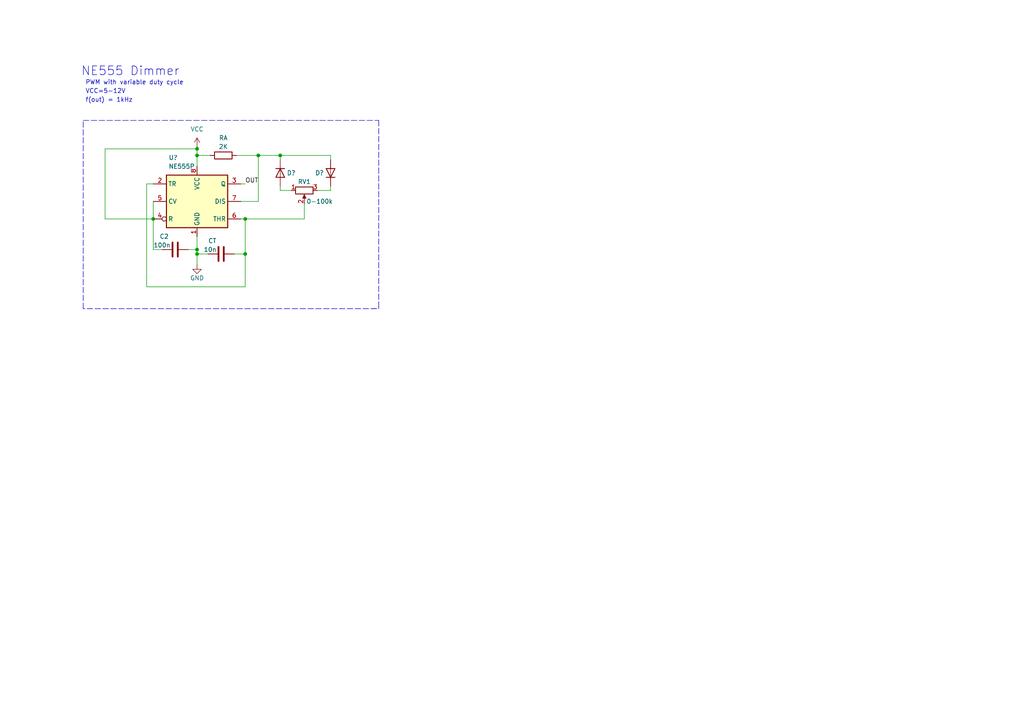
<source format=kicad_sch>
(kicad_sch (version 20211123) (generator eeschema)

  (uuid c4972bab-ffbc-498e-ad96-89b8ee2e9e57)

  (paper "A4")

  (lib_symbols
    (symbol "Device:C" (pin_numbers hide) (pin_names (offset 0.254)) (in_bom yes) (on_board yes)
      (property "Reference" "C" (id 0) (at 0.635 2.54 0)
        (effects (font (size 1.27 1.27)) (justify left))
      )
      (property "Value" "C" (id 1) (at 0.635 -2.54 0)
        (effects (font (size 1.27 1.27)) (justify left))
      )
      (property "Footprint" "" (id 2) (at 0.9652 -3.81 0)
        (effects (font (size 1.27 1.27)) hide)
      )
      (property "Datasheet" "~" (id 3) (at 0 0 0)
        (effects (font (size 1.27 1.27)) hide)
      )
      (property "ki_keywords" "cap capacitor" (id 4) (at 0 0 0)
        (effects (font (size 1.27 1.27)) hide)
      )
      (property "ki_description" "Unpolarized capacitor" (id 5) (at 0 0 0)
        (effects (font (size 1.27 1.27)) hide)
      )
      (property "ki_fp_filters" "C_*" (id 6) (at 0 0 0)
        (effects (font (size 1.27 1.27)) hide)
      )
      (symbol "C_0_1"
        (polyline
          (pts
            (xy -2.032 -0.762)
            (xy 2.032 -0.762)
          )
          (stroke (width 0.508) (type default) (color 0 0 0 0))
          (fill (type none))
        )
        (polyline
          (pts
            (xy -2.032 0.762)
            (xy 2.032 0.762)
          )
          (stroke (width 0.508) (type default) (color 0 0 0 0))
          (fill (type none))
        )
      )
      (symbol "C_1_1"
        (pin passive line (at 0 3.81 270) (length 2.794)
          (name "~" (effects (font (size 1.27 1.27))))
          (number "1" (effects (font (size 1.27 1.27))))
        )
        (pin passive line (at 0 -3.81 90) (length 2.794)
          (name "~" (effects (font (size 1.27 1.27))))
          (number "2" (effects (font (size 1.27 1.27))))
        )
      )
    )
    (symbol "Device:R" (pin_numbers hide) (pin_names (offset 0)) (in_bom yes) (on_board yes)
      (property "Reference" "R" (id 0) (at 2.032 0 90)
        (effects (font (size 1.27 1.27)))
      )
      (property "Value" "R" (id 1) (at 0 0 90)
        (effects (font (size 1.27 1.27)))
      )
      (property "Footprint" "" (id 2) (at -1.778 0 90)
        (effects (font (size 1.27 1.27)) hide)
      )
      (property "Datasheet" "~" (id 3) (at 0 0 0)
        (effects (font (size 1.27 1.27)) hide)
      )
      (property "ki_keywords" "R res resistor" (id 4) (at 0 0 0)
        (effects (font (size 1.27 1.27)) hide)
      )
      (property "ki_description" "Resistor" (id 5) (at 0 0 0)
        (effects (font (size 1.27 1.27)) hide)
      )
      (property "ki_fp_filters" "R_*" (id 6) (at 0 0 0)
        (effects (font (size 1.27 1.27)) hide)
      )
      (symbol "R_0_1"
        (rectangle (start -1.016 -2.54) (end 1.016 2.54)
          (stroke (width 0.254) (type default) (color 0 0 0 0))
          (fill (type none))
        )
      )
      (symbol "R_1_1"
        (pin passive line (at 0 3.81 270) (length 1.27)
          (name "~" (effects (font (size 1.27 1.27))))
          (number "1" (effects (font (size 1.27 1.27))))
        )
        (pin passive line (at 0 -3.81 90) (length 1.27)
          (name "~" (effects (font (size 1.27 1.27))))
          (number "2" (effects (font (size 1.27 1.27))))
        )
      )
    )
    (symbol "Device:R_Potentiometer" (pin_names (offset 1.016) hide) (in_bom yes) (on_board yes)
      (property "Reference" "RV" (id 0) (at -4.445 0 90)
        (effects (font (size 1.27 1.27)))
      )
      (property "Value" "R_Potentiometer" (id 1) (at -2.54 0 90)
        (effects (font (size 1.27 1.27)))
      )
      (property "Footprint" "" (id 2) (at 0 0 0)
        (effects (font (size 1.27 1.27)) hide)
      )
      (property "Datasheet" "~" (id 3) (at 0 0 0)
        (effects (font (size 1.27 1.27)) hide)
      )
      (property "ki_keywords" "resistor variable" (id 4) (at 0 0 0)
        (effects (font (size 1.27 1.27)) hide)
      )
      (property "ki_description" "Potentiometer" (id 5) (at 0 0 0)
        (effects (font (size 1.27 1.27)) hide)
      )
      (property "ki_fp_filters" "Potentiometer*" (id 6) (at 0 0 0)
        (effects (font (size 1.27 1.27)) hide)
      )
      (symbol "R_Potentiometer_0_1"
        (polyline
          (pts
            (xy 2.54 0)
            (xy 1.524 0)
          )
          (stroke (width 0) (type default) (color 0 0 0 0))
          (fill (type none))
        )
        (polyline
          (pts
            (xy 1.143 0)
            (xy 2.286 0.508)
            (xy 2.286 -0.508)
            (xy 1.143 0)
          )
          (stroke (width 0) (type default) (color 0 0 0 0))
          (fill (type outline))
        )
        (rectangle (start 1.016 2.54) (end -1.016 -2.54)
          (stroke (width 0.254) (type default) (color 0 0 0 0))
          (fill (type none))
        )
      )
      (symbol "R_Potentiometer_1_1"
        (pin passive line (at 0 3.81 270) (length 1.27)
          (name "1" (effects (font (size 1.27 1.27))))
          (number "1" (effects (font (size 1.27 1.27))))
        )
        (pin passive line (at 3.81 0 180) (length 1.27)
          (name "2" (effects (font (size 1.27 1.27))))
          (number "2" (effects (font (size 1.27 1.27))))
        )
        (pin passive line (at 0 -3.81 90) (length 1.27)
          (name "3" (effects (font (size 1.27 1.27))))
          (number "3" (effects (font (size 1.27 1.27))))
        )
      )
    )
    (symbol "Diode:1N4148" (pin_numbers hide) (pin_names hide) (in_bom yes) (on_board yes)
      (property "Reference" "D" (id 0) (at 0 2.54 0)
        (effects (font (size 1.27 1.27)))
      )
      (property "Value" "1N4148" (id 1) (at 0 -2.54 0)
        (effects (font (size 1.27 1.27)))
      )
      (property "Footprint" "Diode_THT:D_DO-35_SOD27_P7.62mm_Horizontal" (id 2) (at 0 0 0)
        (effects (font (size 1.27 1.27)) hide)
      )
      (property "Datasheet" "https://assets.nexperia.com/documents/data-sheet/1N4148_1N4448.pdf" (id 3) (at 0 0 0)
        (effects (font (size 1.27 1.27)) hide)
      )
      (property "ki_keywords" "diode" (id 4) (at 0 0 0)
        (effects (font (size 1.27 1.27)) hide)
      )
      (property "ki_description" "100V 0.15A standard switching diode, DO-35" (id 5) (at 0 0 0)
        (effects (font (size 1.27 1.27)) hide)
      )
      (property "ki_fp_filters" "D*DO?35*" (id 6) (at 0 0 0)
        (effects (font (size 1.27 1.27)) hide)
      )
      (symbol "1N4148_0_1"
        (polyline
          (pts
            (xy -1.27 1.27)
            (xy -1.27 -1.27)
          )
          (stroke (width 0.254) (type default) (color 0 0 0 0))
          (fill (type none))
        )
        (polyline
          (pts
            (xy 1.27 0)
            (xy -1.27 0)
          )
          (stroke (width 0) (type default) (color 0 0 0 0))
          (fill (type none))
        )
        (polyline
          (pts
            (xy 1.27 1.27)
            (xy 1.27 -1.27)
            (xy -1.27 0)
            (xy 1.27 1.27)
          )
          (stroke (width 0.254) (type default) (color 0 0 0 0))
          (fill (type none))
        )
      )
      (symbol "1N4148_1_1"
        (pin passive line (at -3.81 0 0) (length 2.54)
          (name "K" (effects (font (size 1.27 1.27))))
          (number "1" (effects (font (size 1.27 1.27))))
        )
        (pin passive line (at 3.81 0 180) (length 2.54)
          (name "A" (effects (font (size 1.27 1.27))))
          (number "2" (effects (font (size 1.27 1.27))))
        )
      )
    )
    (symbol "Timer:NE555P" (in_bom yes) (on_board yes)
      (property "Reference" "U" (id 0) (at -10.16 8.89 0)
        (effects (font (size 1.27 1.27)) (justify left))
      )
      (property "Value" "NE555P" (id 1) (at 2.54 8.89 0)
        (effects (font (size 1.27 1.27)) (justify left))
      )
      (property "Footprint" "Package_DIP:DIP-8_W7.62mm" (id 2) (at 16.51 -10.16 0)
        (effects (font (size 1.27 1.27)) hide)
      )
      (property "Datasheet" "http://www.ti.com/lit/ds/symlink/ne555.pdf" (id 3) (at 21.59 -10.16 0)
        (effects (font (size 1.27 1.27)) hide)
      )
      (property "ki_keywords" "single timer 555" (id 4) (at 0 0 0)
        (effects (font (size 1.27 1.27)) hide)
      )
      (property "ki_description" "Precision Timers, 555 compatible,  PDIP-8" (id 5) (at 0 0 0)
        (effects (font (size 1.27 1.27)) hide)
      )
      (property "ki_fp_filters" "DIP*W7.62mm*" (id 6) (at 0 0 0)
        (effects (font (size 1.27 1.27)) hide)
      )
      (symbol "NE555P_0_0"
        (pin power_in line (at 0 -10.16 90) (length 2.54)
          (name "GND" (effects (font (size 1.27 1.27))))
          (number "1" (effects (font (size 1.27 1.27))))
        )
        (pin power_in line (at 0 10.16 270) (length 2.54)
          (name "VCC" (effects (font (size 1.27 1.27))))
          (number "8" (effects (font (size 1.27 1.27))))
        )
      )
      (symbol "NE555P_0_1"
        (rectangle (start -8.89 -7.62) (end 8.89 7.62)
          (stroke (width 0.254) (type default) (color 0 0 0 0))
          (fill (type background))
        )
        (rectangle (start -8.89 -7.62) (end 8.89 7.62)
          (stroke (width 0.254) (type default) (color 0 0 0 0))
          (fill (type background))
        )
      )
      (symbol "NE555P_1_1"
        (pin input line (at -12.7 5.08 0) (length 3.81)
          (name "TR" (effects (font (size 1.27 1.27))))
          (number "2" (effects (font (size 1.27 1.27))))
        )
        (pin output line (at 12.7 5.08 180) (length 3.81)
          (name "Q" (effects (font (size 1.27 1.27))))
          (number "3" (effects (font (size 1.27 1.27))))
        )
        (pin input inverted (at -12.7 -5.08 0) (length 3.81)
          (name "R" (effects (font (size 1.27 1.27))))
          (number "4" (effects (font (size 1.27 1.27))))
        )
        (pin input line (at -12.7 0 0) (length 3.81)
          (name "CV" (effects (font (size 1.27 1.27))))
          (number "5" (effects (font (size 1.27 1.27))))
        )
        (pin input line (at 12.7 -5.08 180) (length 3.81)
          (name "THR" (effects (font (size 1.27 1.27))))
          (number "6" (effects (font (size 1.27 1.27))))
        )
        (pin input line (at 12.7 0 180) (length 3.81)
          (name "DIS" (effects (font (size 1.27 1.27))))
          (number "7" (effects (font (size 1.27 1.27))))
        )
      )
    )
    (symbol "power:GND" (power) (pin_names (offset 0)) (in_bom yes) (on_board yes)
      (property "Reference" "#PWR" (id 0) (at 0 -6.35 0)
        (effects (font (size 1.27 1.27)) hide)
      )
      (property "Value" "GND" (id 1) (at 0 -3.81 0)
        (effects (font (size 1.27 1.27)))
      )
      (property "Footprint" "" (id 2) (at 0 0 0)
        (effects (font (size 1.27 1.27)) hide)
      )
      (property "Datasheet" "" (id 3) (at 0 0 0)
        (effects (font (size 1.27 1.27)) hide)
      )
      (property "ki_keywords" "global power" (id 4) (at 0 0 0)
        (effects (font (size 1.27 1.27)) hide)
      )
      (property "ki_description" "Power symbol creates a global label with name \"GND\" , ground" (id 5) (at 0 0 0)
        (effects (font (size 1.27 1.27)) hide)
      )
      (symbol "GND_0_1"
        (polyline
          (pts
            (xy 0 0)
            (xy 0 -1.27)
            (xy 1.27 -1.27)
            (xy 0 -2.54)
            (xy -1.27 -1.27)
            (xy 0 -1.27)
          )
          (stroke (width 0) (type default) (color 0 0 0 0))
          (fill (type none))
        )
      )
      (symbol "GND_1_1"
        (pin power_in line (at 0 0 270) (length 0) hide
          (name "GND" (effects (font (size 1.27 1.27))))
          (number "1" (effects (font (size 1.27 1.27))))
        )
      )
    )
    (symbol "power:VCC" (power) (pin_names (offset 0)) (in_bom yes) (on_board yes)
      (property "Reference" "#PWR" (id 0) (at 0 -3.81 0)
        (effects (font (size 1.27 1.27)) hide)
      )
      (property "Value" "VCC" (id 1) (at 0 3.81 0)
        (effects (font (size 1.27 1.27)))
      )
      (property "Footprint" "" (id 2) (at 0 0 0)
        (effects (font (size 1.27 1.27)) hide)
      )
      (property "Datasheet" "" (id 3) (at 0 0 0)
        (effects (font (size 1.27 1.27)) hide)
      )
      (property "ki_keywords" "global power" (id 4) (at 0 0 0)
        (effects (font (size 1.27 1.27)) hide)
      )
      (property "ki_description" "Power symbol creates a global label with name \"VCC\"" (id 5) (at 0 0 0)
        (effects (font (size 1.27 1.27)) hide)
      )
      (symbol "VCC_0_1"
        (polyline
          (pts
            (xy -0.762 1.27)
            (xy 0 2.54)
          )
          (stroke (width 0) (type default) (color 0 0 0 0))
          (fill (type none))
        )
        (polyline
          (pts
            (xy 0 0)
            (xy 0 2.54)
          )
          (stroke (width 0) (type default) (color 0 0 0 0))
          (fill (type none))
        )
        (polyline
          (pts
            (xy 0 2.54)
            (xy 0.762 1.27)
          )
          (stroke (width 0) (type default) (color 0 0 0 0))
          (fill (type none))
        )
      )
      (symbol "VCC_1_1"
        (pin power_in line (at 0 0 90) (length 0) hide
          (name "VCC" (effects (font (size 1.27 1.27))))
          (number "1" (effects (font (size 1.27 1.27))))
        )
      )
    )
  )

  (junction (at 74.93 45.085) (diameter 0) (color 0 0 0 0)
    (uuid 30193b7e-61dc-4d3d-986d-ed4dece3fad5)
  )
  (junction (at 71.12 63.5) (diameter 0) (color 0 0 0 0)
    (uuid 5edbaf48-33d0-4c57-89db-665c88d09824)
  )
  (junction (at 57.15 72.39) (diameter 0) (color 0 0 0 0)
    (uuid 9391bb66-7d18-461f-93ed-f4dd216cb105)
  )
  (junction (at 57.15 73.66) (diameter 0) (color 0 0 0 0)
    (uuid 9e2182af-6835-43ee-980f-6ab57fab9e3f)
  )
  (junction (at 44.45 63.5) (diameter 0) (color 0 0 0 0)
    (uuid a685aa53-430d-43a4-a1cb-aa3bb9b85c39)
  )
  (junction (at 57.15 43.18) (diameter 0) (color 0 0 0 0)
    (uuid cd521474-1c2d-49f2-a660-15b99940fcc5)
  )
  (junction (at 71.12 73.66) (diameter 0) (color 0 0 0 0)
    (uuid d88aaf8e-0a85-4bcc-b158-f3f72b0132c0)
  )
  (junction (at 81.28 45.085) (diameter 0) (color 0 0 0 0)
    (uuid ef71e493-e92e-4880-9310-bf37f78cc3aa)
  )
  (junction (at 57.15 45.085) (diameter 0) (color 0 0 0 0)
    (uuid f3177b82-c210-4cb5-8d1c-9cd75079e5f0)
  )

  (wire (pts (xy 74.93 45.085) (xy 74.93 58.42))
    (stroke (width 0) (type default) (color 0 0 0 0))
    (uuid 149e568c-5d20-4b05-a5d8-94db1b87cb56)
  )
  (wire (pts (xy 71.12 63.5) (xy 88.265 63.5))
    (stroke (width 0) (type default) (color 0 0 0 0))
    (uuid 17dd4dc9-7a9f-4780-b4ee-163771a97d7a)
  )
  (wire (pts (xy 57.15 72.39) (xy 57.15 73.66))
    (stroke (width 0) (type default) (color 0 0 0 0))
    (uuid 17ee1221-b82d-4c00-80cb-578925a8a61a)
  )
  (wire (pts (xy 68.58 45.085) (xy 74.93 45.085))
    (stroke (width 0) (type default) (color 0 0 0 0))
    (uuid 1916a8a6-e61a-4594-8df2-1f773a27891a)
  )
  (polyline (pts (xy 109.855 34.925) (xy 109.855 89.535))
    (stroke (width 0) (type default) (color 0 0 0 0))
    (uuid 1f899c77-971f-44a8-ab29-853394e9d85e)
  )

  (wire (pts (xy 44.45 58.42) (xy 44.45 63.5))
    (stroke (width 0) (type default) (color 0 0 0 0))
    (uuid 21247356-b33d-436e-9b80-e7e148156963)
  )
  (wire (pts (xy 67.945 73.66) (xy 71.12 73.66))
    (stroke (width 0) (type default) (color 0 0 0 0))
    (uuid 2625cfa9-ae8c-4719-94de-ec191695b9d5)
  )
  (wire (pts (xy 88.265 59.055) (xy 88.265 63.5))
    (stroke (width 0) (type default) (color 0 0 0 0))
    (uuid 2bdc2fd0-20d2-4ca5-b9c2-7d76fe1b021d)
  )
  (wire (pts (xy 54.61 72.39) (xy 57.15 72.39))
    (stroke (width 0) (type default) (color 0 0 0 0))
    (uuid 2ea95a24-7aef-4ddc-9811-7d6f819284b5)
  )
  (wire (pts (xy 95.885 53.975) (xy 95.885 55.245))
    (stroke (width 0) (type default) (color 0 0 0 0))
    (uuid 2f515913-7404-4a1d-b8ce-0574226ce4d8)
  )
  (wire (pts (xy 71.12 83.185) (xy 71.12 73.66))
    (stroke (width 0) (type default) (color 0 0 0 0))
    (uuid 3004a8e7-7bb8-4d1f-b151-646f7256c925)
  )
  (wire (pts (xy 30.48 43.18) (xy 57.15 43.18))
    (stroke (width 0) (type default) (color 0 0 0 0))
    (uuid 36bb7d90-8a96-4215-a8e8-5289e9c3a7bc)
  )
  (wire (pts (xy 71.12 73.66) (xy 71.12 63.5))
    (stroke (width 0) (type default) (color 0 0 0 0))
    (uuid 3aa1c637-c5cf-44a5-943c-d5f0e387cdca)
  )
  (wire (pts (xy 81.28 46.355) (xy 81.28 45.085))
    (stroke (width 0) (type default) (color 0 0 0 0))
    (uuid 40b7abc6-dd6b-415c-8e91-12b36a4d54af)
  )
  (polyline (pts (xy 24.13 89.535) (xy 24.13 34.925))
    (stroke (width 0) (type default) (color 0 0 0 0))
    (uuid 476d531e-cd82-4af3-b019-2045c5328515)
  )

  (wire (pts (xy 57.15 45.085) (xy 57.15 48.26))
    (stroke (width 0) (type default) (color 0 0 0 0))
    (uuid 48cf9fef-1542-4f33-874a-a53fe9604589)
  )
  (wire (pts (xy 69.85 63.5) (xy 71.12 63.5))
    (stroke (width 0) (type default) (color 0 0 0 0))
    (uuid 52b42022-b8a6-44ce-b424-7022f6f6e436)
  )
  (wire (pts (xy 42.545 53.34) (xy 42.545 83.185))
    (stroke (width 0) (type default) (color 0 0 0 0))
    (uuid 52e52bb7-a808-4586-a077-3c7e024a0e87)
  )
  (wire (pts (xy 95.885 55.245) (xy 92.075 55.245))
    (stroke (width 0) (type default) (color 0 0 0 0))
    (uuid 5e3f0027-a29a-4836-83a9-ecad2cd4bfde)
  )
  (wire (pts (xy 57.15 73.66) (xy 57.15 76.835))
    (stroke (width 0) (type default) (color 0 0 0 0))
    (uuid 66370570-9fea-4a9b-8d6f-c9a27b760c03)
  )
  (wire (pts (xy 57.15 45.085) (xy 60.96 45.085))
    (stroke (width 0) (type default) (color 0 0 0 0))
    (uuid 6b294a42-a21b-4be0-9730-852b3ff7911b)
  )
  (wire (pts (xy 44.45 53.34) (xy 42.545 53.34))
    (stroke (width 0) (type default) (color 0 0 0 0))
    (uuid 6d8acdd7-1d32-49eb-8acc-606a6f654ec9)
  )
  (wire (pts (xy 74.93 45.085) (xy 81.28 45.085))
    (stroke (width 0) (type default) (color 0 0 0 0))
    (uuid 78ceb9c2-8aad-4e4a-86d0-f8631841070b)
  )
  (wire (pts (xy 95.885 45.085) (xy 81.28 45.085))
    (stroke (width 0) (type default) (color 0 0 0 0))
    (uuid 7f5cea8e-f7a8-43db-af06-a0b9e3c6258e)
  )
  (wire (pts (xy 57.15 68.58) (xy 57.15 72.39))
    (stroke (width 0) (type default) (color 0 0 0 0))
    (uuid 84000346-a803-47b3-85ac-865606cb77bd)
  )
  (polyline (pts (xy 107.95 89.535) (xy 109.22 89.535))
    (stroke (width 0) (type default) (color 0 0 0 0))
    (uuid 879b3156-36fb-45ea-8280-b8c5633f6d54)
  )

  (wire (pts (xy 57.15 43.18) (xy 57.15 45.085))
    (stroke (width 0) (type default) (color 0 0 0 0))
    (uuid a49941db-7e7d-44fb-b6a0-9f6fbf5b0f5a)
  )
  (wire (pts (xy 44.45 63.5) (xy 30.48 63.5))
    (stroke (width 0) (type default) (color 0 0 0 0))
    (uuid a7e80135-674f-4863-aa1b-5fb70cf186ad)
  )
  (wire (pts (xy 69.85 58.42) (xy 74.93 58.42))
    (stroke (width 0) (type default) (color 0 0 0 0))
    (uuid aa48914d-54d5-41a9-8ca3-f81e0b370d4c)
  )
  (wire (pts (xy 42.545 83.185) (xy 71.12 83.185))
    (stroke (width 0) (type default) (color 0 0 0 0))
    (uuid af716fca-daa9-44e6-b815-ae0effc0d6f9)
  )
  (wire (pts (xy 95.885 46.355) (xy 95.885 45.085))
    (stroke (width 0) (type default) (color 0 0 0 0))
    (uuid b09284bd-2770-499a-b6a0-61791afbc4b4)
  )
  (wire (pts (xy 30.48 63.5) (xy 30.48 43.18))
    (stroke (width 0) (type default) (color 0 0 0 0))
    (uuid b83b8496-f91f-43e7-a4cf-5b0929cd2ba0)
  )
  (wire (pts (xy 69.85 53.34) (xy 71.12 53.34))
    (stroke (width 0) (type default) (color 0 0 0 0))
    (uuid babaf9c8-3c49-43de-9a9c-73bf5982d3a7)
  )
  (polyline (pts (xy 24.13 34.925) (xy 109.855 34.925))
    (stroke (width 0) (type default) (color 0 0 0 0))
    (uuid c4febfae-3f92-4b5d-b72c-735aabdd79d8)
  )

  (wire (pts (xy 57.15 42.545) (xy 57.15 43.18))
    (stroke (width 0) (type default) (color 0 0 0 0))
    (uuid c6b9f91f-9122-48f1-ab38-3102a7a75e1b)
  )
  (wire (pts (xy 84.455 55.245) (xy 81.28 55.245))
    (stroke (width 0) (type default) (color 0 0 0 0))
    (uuid ca59c248-2367-4c87-860f-7b68c5b9cacb)
  )
  (wire (pts (xy 44.45 72.39) (xy 46.99 72.39))
    (stroke (width 0) (type default) (color 0 0 0 0))
    (uuid cc59b1f0-2e23-4acd-9b75-a12aab42b8d0)
  )
  (polyline (pts (xy 109.855 88.9) (xy 109.855 89.535))
    (stroke (width 0) (type default) (color 0 0 0 0))
    (uuid d2e57562-afe2-452d-ab59-7bd777437e89)
  )
  (polyline (pts (xy 109.22 89.535) (xy 24.13 89.535))
    (stroke (width 0) (type default) (color 0 0 0 0))
    (uuid d63e3671-4d1f-417a-ab28-ad43ef770c3a)
  )

  (wire (pts (xy 57.15 73.66) (xy 60.325 73.66))
    (stroke (width 0) (type default) (color 0 0 0 0))
    (uuid e75da6a4-723b-4be1-bd96-40f08efa85e4)
  )
  (wire (pts (xy 81.28 53.975) (xy 81.28 55.245))
    (stroke (width 0) (type default) (color 0 0 0 0))
    (uuid ec87b6d4-2a57-4f55-836b-e5c61f811c22)
  )
  (wire (pts (xy 44.45 63.5) (xy 44.45 72.39))
    (stroke (width 0) (type default) (color 0 0 0 0))
    (uuid ef309bea-5980-440d-916b-016fae4a0031)
  )

  (text "f(out) = 1kHz\n" (at 24.765 29.845 0)
    (effects (font (size 1.27 1.27)) (justify left bottom))
    (uuid 2b8882b8-ce00-4e5f-8340-e9c9768ff39f)
  )
  (text "PWM with variable duty cycle" (at 24.765 24.765 0)
    (effects (font (size 1.27 1.27)) (justify left bottom))
    (uuid 32ef2ec2-a921-48ab-b247-0ccac4b7b419)
  )
  (text "VCC=5-12V" (at 24.765 27.305 0)
    (effects (font (size 1.27 1.27)) (justify left bottom))
    (uuid 3a2a53d6-93ac-44e6-b2b7-3aa193eb5107)
  )
  (text "NE555 Dimmer" (at 23.495 22.225 0)
    (effects (font (size 2.54 2.54)) (justify left bottom))
    (uuid 46c86d09-c610-4b6f-9568-727c14f24af3)
  )

  (label "OUT" (at 71.12 53.34 0)
    (effects (font (size 1.27 1.27)) (justify left bottom))
    (uuid b1e815ed-0e6e-4a5f-bfb7-90dc449f8bf3)
  )

  (symbol (lib_id "power:GND") (at 57.15 76.835 0) (unit 1)
    (in_bom yes) (on_board yes)
    (uuid 0c4bae8d-eac6-493e-8305-4b06ca3d371e)
    (property "Reference" "#PWR?" (id 0) (at 57.15 83.185 0)
      (effects (font (size 1.27 1.27)) hide)
    )
    (property "Value" "GND" (id 1) (at 57.15 80.645 0))
    (property "Footprint" "" (id 2) (at 57.15 76.835 0)
      (effects (font (size 1.27 1.27)) hide)
    )
    (property "Datasheet" "" (id 3) (at 57.15 76.835 0)
      (effects (font (size 1.27 1.27)) hide)
    )
    (pin "1" (uuid 3dae51f4-f866-43bf-8084-855f0c2a3e15))
  )

  (symbol (lib_id "power:VCC") (at 57.15 42.545 0) (unit 1)
    (in_bom yes) (on_board yes) (fields_autoplaced)
    (uuid 0ff159f0-7fd3-48fa-ad55-c058634243ff)
    (property "Reference" "#PWR?" (id 0) (at 57.15 46.355 0)
      (effects (font (size 1.27 1.27)) hide)
    )
    (property "Value" "VCC" (id 1) (at 57.15 37.465 0))
    (property "Footprint" "" (id 2) (at 57.15 42.545 0)
      (effects (font (size 1.27 1.27)) hide)
    )
    (property "Datasheet" "" (id 3) (at 57.15 42.545 0)
      (effects (font (size 1.27 1.27)) hide)
    )
    (pin "1" (uuid e8efba40-ebf0-44c3-a494-db6bd9d59948))
  )

  (symbol (lib_id "Device:C") (at 64.135 73.66 90) (unit 1)
    (in_bom yes) (on_board yes)
    (uuid 15fd327a-2a2f-4cac-a947-3efe61b689a2)
    (property "Reference" "CT" (id 0) (at 61.595 69.85 90))
    (property "Value" "10n" (id 1) (at 60.96 72.39 90))
    (property "Footprint" "" (id 2) (at 67.945 72.6948 0)
      (effects (font (size 1.27 1.27)) hide)
    )
    (property "Datasheet" "~" (id 3) (at 64.135 73.66 0)
      (effects (font (size 1.27 1.27)) hide)
    )
    (pin "1" (uuid 46efd495-8421-4779-bcdf-dd3a05dd1e81))
    (pin "2" (uuid fd341ba6-304b-4019-ab2d-012898afdded))
  )

  (symbol (lib_id "power:GND") (at 562.356 547.37 0) (unit 1)
    (in_bom yes) (on_board yes) (fields_autoplaced)
    (uuid 4d6543ae-1c83-47fa-8120-de5970a155d5)
    (property "Reference" "#PWR?" (id 0) (at 562.356 553.72 0)
      (effects (font (size 1.27 1.27)) hide)
    )
    (property "Value" "GND" (id 1) (at 562.356 552.45 0))
    (property "Footprint" "" (id 2) (at 562.356 547.37 0)
      (effects (font (size 1.27 1.27)) hide)
    )
    (property "Datasheet" "" (id 3) (at 562.356 547.37 0)
      (effects (font (size 1.27 1.27)) hide)
    )
    (pin "1" (uuid cedd142c-a549-4e01-b8ff-8810cecfa249))
  )

  (symbol (lib_id "Timer:NE555P") (at 57.15 58.42 0) (unit 1)
    (in_bom yes) (on_board yes)
    (uuid 5bc57880-ccb7-414d-af84-e0b1a153ac32)
    (property "Reference" "U?" (id 0) (at 48.895 45.72 0)
      (effects (font (size 1.27 1.27)) (justify left))
    )
    (property "Value" "NE555P" (id 1) (at 48.895 48.26 0)
      (effects (font (size 1.27 1.27)) (justify left))
    )
    (property "Footprint" "Package_DIP:DIP-8_W7.62mm" (id 2) (at 73.66 68.58 0)
      (effects (font (size 1.27 1.27)) hide)
    )
    (property "Datasheet" "http://www.ti.com/lit/ds/symlink/ne555.pdf" (id 3) (at 78.74 68.58 0)
      (effects (font (size 1.27 1.27)) hide)
    )
    (pin "1" (uuid 5dbfc177-b798-410a-a57d-4c9cd5106a32))
    (pin "8" (uuid eb3a066e-7be7-4409-9d12-5a89c5d5c015))
    (pin "2" (uuid dc826795-8db0-436b-962e-2a04514e2618))
    (pin "3" (uuid f9f847a1-9718-4979-a9ac-99c1f602f8c6))
    (pin "4" (uuid fbc7c9bd-31a9-47e4-add4-db267a5ebb69))
    (pin "5" (uuid 9464bb78-2974-4642-b4bc-de63faba355a))
    (pin "6" (uuid 77f391bc-0109-4e5c-a693-31d7c490b386))
    (pin "7" (uuid 510691d1-ed45-4e93-9fe2-6d414d49d585))
  )

  (symbol (lib_id "Device:R") (at 64.77 45.085 90) (unit 1)
    (in_bom yes) (on_board yes)
    (uuid 7ee901d0-5816-4793-9326-699f812910ff)
    (property "Reference" "RA" (id 0) (at 64.77 40.005 90))
    (property "Value" "2K" (id 1) (at 64.77 42.545 90))
    (property "Footprint" "" (id 2) (at 64.77 46.863 90)
      (effects (font (size 1.27 1.27)) hide)
    )
    (property "Datasheet" "~" (id 3) (at 64.77 45.085 0)
      (effects (font (size 1.27 1.27)) hide)
    )
    (pin "1" (uuid f0221de6-ddfd-4ead-972f-450e86573938))
    (pin "2" (uuid e876896f-6a7b-4ed9-9227-ecad073d8eb1))
  )

  (symbol (lib_id "Device:C") (at 50.8 72.39 90) (unit 1)
    (in_bom yes) (on_board yes)
    (uuid 8555c02b-78f4-4200-9ab9-931035464136)
    (property "Reference" "C2" (id 0) (at 47.625 68.58 90))
    (property "Value" "100n" (id 1) (at 46.99 71.12 90))
    (property "Footprint" "" (id 2) (at 54.61 71.4248 0)
      (effects (font (size 1.27 1.27)) hide)
    )
    (property "Datasheet" "~" (id 3) (at 50.8 72.39 0)
      (effects (font (size 1.27 1.27)) hide)
    )
    (pin "1" (uuid 742f0081-c204-43b7-b1b5-816e013a2c82))
    (pin "2" (uuid bba4c46e-bbf4-4d82-b21b-f2ff1585ea04))
  )

  (symbol (lib_id "Device:R_Potentiometer") (at 88.265 55.245 90) (mirror x) (unit 1)
    (in_bom yes) (on_board yes)
    (uuid 8cfa1385-1231-42f9-9bc1-cebe7334484d)
    (property "Reference" "RV1" (id 0) (at 88.265 52.705 90))
    (property "Value" "0-100k" (id 1) (at 92.71 58.42 90))
    (property "Footprint" "Potentiometer_THT:Potentiometer_Bourns_3005_Horizontal" (id 2) (at 88.265 55.245 0)
      (effects (font (size 1.27 1.27)) hide)
    )
    (property "Datasheet" "~" (id 3) (at 88.265 55.245 0)
      (effects (font (size 1.27 1.27)) hide)
    )
    (pin "1" (uuid 6a97f7f4-a1ec-4fc8-b373-6d81b6d8d121))
    (pin "2" (uuid 6148cdae-b85b-4fd7-b2c5-a244ef550c5d))
    (pin "3" (uuid 04a82bae-d062-4f0c-b188-63379f0a0028))
  )

  (symbol (lib_id "Diode:1N4148") (at 81.28 50.165 270) (unit 1)
    (in_bom yes) (on_board yes)
    (uuid c1c0bc07-6297-4907-ab1f-2637d13c9b94)
    (property "Reference" "D?" (id 0) (at 83.185 50.165 90)
      (effects (font (size 1.27 1.27)) (justify left))
    )
    (property "Value" "1N4148" (id 1) (at 83.185 51.435 90)
      (effects (font (size 1.27 1.27)) (justify left) hide)
    )
    (property "Footprint" "Diode_THT:D_DO-35_SOD27_P7.62mm_Horizontal" (id 2) (at 81.28 50.165 0)
      (effects (font (size 1.27 1.27)) hide)
    )
    (property "Datasheet" "https://assets.nexperia.com/documents/data-sheet/1N4148_1N4448.pdf" (id 3) (at 81.28 50.165 0)
      (effects (font (size 1.27 1.27)) hide)
    )
    (pin "1" (uuid 4407f427-194c-4739-a5fa-fb7fa8558dca))
    (pin "2" (uuid 7a889b28-5bf5-4715-a03a-99ac8f355d8a))
  )

  (symbol (lib_id "Diode:1N4148") (at 95.885 50.165 90) (unit 1)
    (in_bom yes) (on_board yes)
    (uuid d6647dbf-660a-4483-9b20-89bafda63569)
    (property "Reference" "D?" (id 0) (at 93.98 50.165 90)
      (effects (font (size 1.27 1.27)) (justify left))
    )
    (property "Value" "1N4148" (id 1) (at 93.98 48.895 90)
      (effects (font (size 1.27 1.27)) (justify left) hide)
    )
    (property "Footprint" "Diode_THT:D_DO-35_SOD27_P7.62mm_Horizontal" (id 2) (at 95.885 50.165 0)
      (effects (font (size 1.27 1.27)) hide)
    )
    (property "Datasheet" "https://assets.nexperia.com/documents/data-sheet/1N4148_1N4448.pdf" (id 3) (at 95.885 50.165 0)
      (effects (font (size 1.27 1.27)) hide)
    )
    (pin "1" (uuid a47642bc-4caf-4258-8f7b-e41029d23928))
    (pin "2" (uuid c8f06210-11a6-4d3b-8e00-75fa74b5ec63))
  )

  (sheet_instances
    (path "/" (page "1"))
  )

  (symbol_instances
    (path "/0c4bae8d-eac6-493e-8305-4b06ca3d371e"
      (reference "#PWR?") (unit 1) (value "GND") (footprint "")
    )
    (path "/0ff159f0-7fd3-48fa-ad55-c058634243ff"
      (reference "#PWR?") (unit 1) (value "VCC") (footprint "")
    )
    (path "/4d6543ae-1c83-47fa-8120-de5970a155d5"
      (reference "#PWR?") (unit 1) (value "GND") (footprint "")
    )
    (path "/8555c02b-78f4-4200-9ab9-931035464136"
      (reference "C2") (unit 1) (value "100n") (footprint "")
    )
    (path "/15fd327a-2a2f-4cac-a947-3efe61b689a2"
      (reference "CT") (unit 1) (value "10n") (footprint "")
    )
    (path "/c1c0bc07-6297-4907-ab1f-2637d13c9b94"
      (reference "D?") (unit 1) (value "1N4148") (footprint "Diode_THT:D_DO-35_SOD27_P7.62mm_Horizontal")
    )
    (path "/d6647dbf-660a-4483-9b20-89bafda63569"
      (reference "D?") (unit 1) (value "1N4148") (footprint "Diode_THT:D_DO-35_SOD27_P7.62mm_Horizontal")
    )
    (path "/7ee901d0-5816-4793-9326-699f812910ff"
      (reference "RA") (unit 1) (value "2K") (footprint "")
    )
    (path "/8cfa1385-1231-42f9-9bc1-cebe7334484d"
      (reference "RV1") (unit 1) (value "0-100k") (footprint "Potentiometer_THT:Potentiometer_Bourns_3005_Horizontal")
    )
    (path "/5bc57880-ccb7-414d-af84-e0b1a153ac32"
      (reference "U?") (unit 1) (value "NE555P") (footprint "Package_DIP:DIP-8_W7.62mm")
    )
  )
)

</source>
